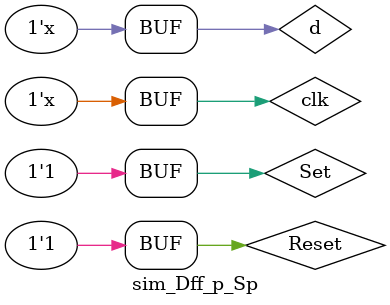
<source format=v>
`timescale 1ns / 1ps


module sim_Dff_p_Sp( );
reg clk,d,Reset,Set;
wire q,n_q;
Dff_p_Sp u_Dff_p_Sp(.clk(clk),.d(d),.Reset(Reset),.Set(Set),.q(q),.n_q(n_q));
initial begin
clk=0;
d=0;
Reset=0;
Set=1;
#50 Reset=1;Set=0;
#60 Set=1;Reset=0;
#60 Reset=1;
end
always
#20 clk=~clk;
always
#50 d=~d;
endmodule

</source>
